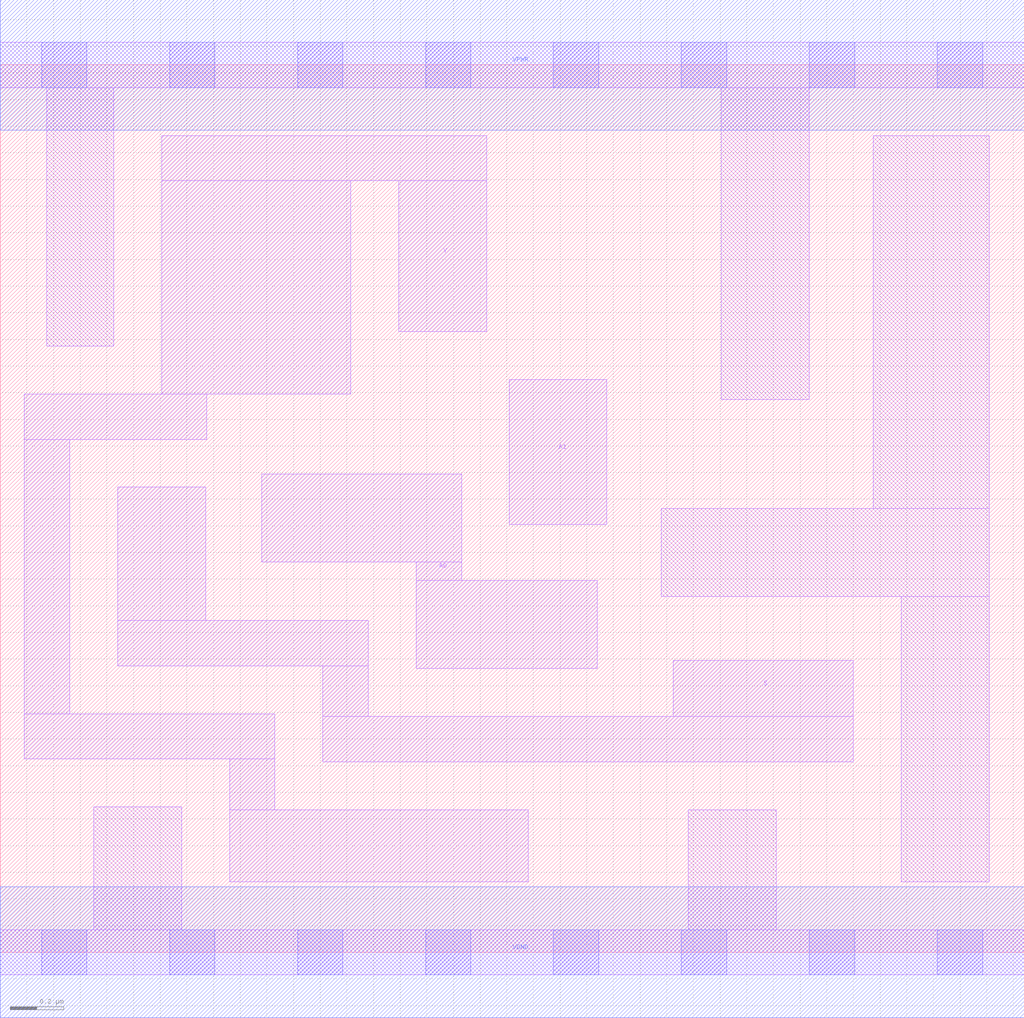
<source format=lef>
# Copyright 2020 The SkyWater PDK Authors
#
# Licensed under the Apache License, Version 2.0 (the "License");
# you may not use this file except in compliance with the License.
# You may obtain a copy of the License at
#
#     https://www.apache.org/licenses/LICENSE-2.0
#
# Unless required by applicable law or agreed to in writing, software
# distributed under the License is distributed on an "AS IS" BASIS,
# WITHOUT WARRANTIES OR CONDITIONS OF ANY KIND, either express or implied.
# See the License for the specific language governing permissions and
# limitations under the License.
#
# SPDX-License-Identifier: Apache-2.0

VERSION 5.7 ;
  NOWIREEXTENSIONATPIN ON ;
  DIVIDERCHAR "/" ;
  BUSBITCHARS "[]" ;
UNITS
  DATABASE MICRONS 200 ;
END UNITS
MACRO sky130_fd_sc_lp__mux2i_lp2
  CLASS CORE ;
  FOREIGN sky130_fd_sc_lp__mux2i_lp2 ;
  ORIGIN  0.000000  0.000000 ;
  SIZE  3.840000 BY  3.330000 ;
  SYMMETRY X Y R90 ;
  SITE unit ;
  PIN A0
    ANTENNAGATEAREA  0.313000 ;
    DIRECTION INPUT ;
    USE SIGNAL ;
    PORT
      LAYER li1 ;
        RECT 0.980000 1.465000 1.730000 1.795000 ;
        RECT 1.560000 1.065000 2.240000 1.395000 ;
        RECT 1.560000 1.395000 1.730000 1.465000 ;
    END
  END A0
  PIN A1
    ANTENNAGATEAREA  0.313000 ;
    DIRECTION INPUT ;
    USE SIGNAL ;
    PORT
      LAYER li1 ;
        RECT 1.910000 1.605000 2.275000 2.150000 ;
    END
  END A1
  PIN S
    ANTENNAGATEAREA  0.689000 ;
    DIRECTION INPUT ;
    USE SIGNAL ;
    PORT
      LAYER li1 ;
        RECT 0.440000 1.075000 1.380000 1.245000 ;
        RECT 0.440000 1.245000 0.770000 1.745000 ;
        RECT 1.210000 0.715000 3.200000 0.885000 ;
        RECT 1.210000 0.885000 1.380000 1.075000 ;
        RECT 2.525000 0.885000 3.200000 1.095000 ;
    END
  END S
  PIN Y
    ANTENNADIFFAREA  0.691800 ;
    DIRECTION OUTPUT ;
    USE SIGNAL ;
    PORT
      LAYER li1 ;
        RECT 0.090000 0.725000 1.030000 0.895000 ;
        RECT 0.090000 0.895000 0.260000 1.925000 ;
        RECT 0.090000 1.925000 0.775000 2.095000 ;
        RECT 0.605000 2.095000 1.315000 2.895000 ;
        RECT 0.605000 2.895000 1.825000 3.065000 ;
        RECT 0.860000 0.265000 1.980000 0.535000 ;
        RECT 0.860000 0.535000 1.030000 0.725000 ;
        RECT 1.495000 2.330000 1.825000 2.895000 ;
    END
  END Y
  PIN VGND
    DIRECTION INOUT ;
    USE GROUND ;
    PORT
      LAYER met1 ;
        RECT 0.000000 -0.245000 3.840000 0.245000 ;
    END
  END VGND
  PIN VPWR
    DIRECTION INOUT ;
    USE POWER ;
    PORT
      LAYER met1 ;
        RECT 0.000000 3.085000 3.840000 3.575000 ;
    END
  END VPWR
  OBS
    LAYER li1 ;
      RECT 0.000000 -0.085000 3.840000 0.085000 ;
      RECT 0.000000  3.245000 3.840000 3.415000 ;
      RECT 0.175000  2.275000 0.425000 3.245000 ;
      RECT 0.350000  0.085000 0.680000 0.545000 ;
      RECT 2.480000  1.335000 3.710000 1.665000 ;
      RECT 2.580000  0.085000 2.910000 0.535000 ;
      RECT 2.705000  2.075000 3.035000 3.245000 ;
      RECT 3.275000  1.665000 3.710000 3.065000 ;
      RECT 3.380000  0.265000 3.710000 1.335000 ;
    LAYER mcon ;
      RECT 0.155000 -0.085000 0.325000 0.085000 ;
      RECT 0.155000  3.245000 0.325000 3.415000 ;
      RECT 0.635000 -0.085000 0.805000 0.085000 ;
      RECT 0.635000  3.245000 0.805000 3.415000 ;
      RECT 1.115000 -0.085000 1.285000 0.085000 ;
      RECT 1.115000  3.245000 1.285000 3.415000 ;
      RECT 1.595000 -0.085000 1.765000 0.085000 ;
      RECT 1.595000  3.245000 1.765000 3.415000 ;
      RECT 2.075000 -0.085000 2.245000 0.085000 ;
      RECT 2.075000  3.245000 2.245000 3.415000 ;
      RECT 2.555000 -0.085000 2.725000 0.085000 ;
      RECT 2.555000  3.245000 2.725000 3.415000 ;
      RECT 3.035000 -0.085000 3.205000 0.085000 ;
      RECT 3.035000  3.245000 3.205000 3.415000 ;
      RECT 3.515000 -0.085000 3.685000 0.085000 ;
      RECT 3.515000  3.245000 3.685000 3.415000 ;
  END
END sky130_fd_sc_lp__mux2i_lp2
END LIBRARY

</source>
